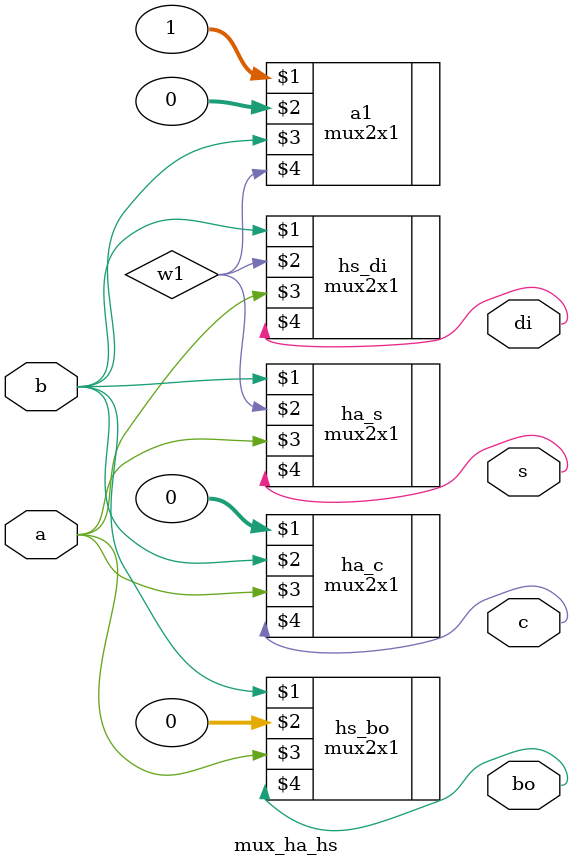
<source format=v>
`timescale 1ns / 1ps


module mux_ha_hs(
    input a,b,
    output s,c,di,bo
    );
    wire w1;
    mux2x1 a1(1,0,b,w1);
    mux2x1 ha_s(b,w1,a,s);
     mux2x1 ha_c(0,b,a,c);
      mux2x1 hs_di(b,w1,a,di);
       mux2x1 hs_bo(b,0,a,bo);
endmodule

</source>
